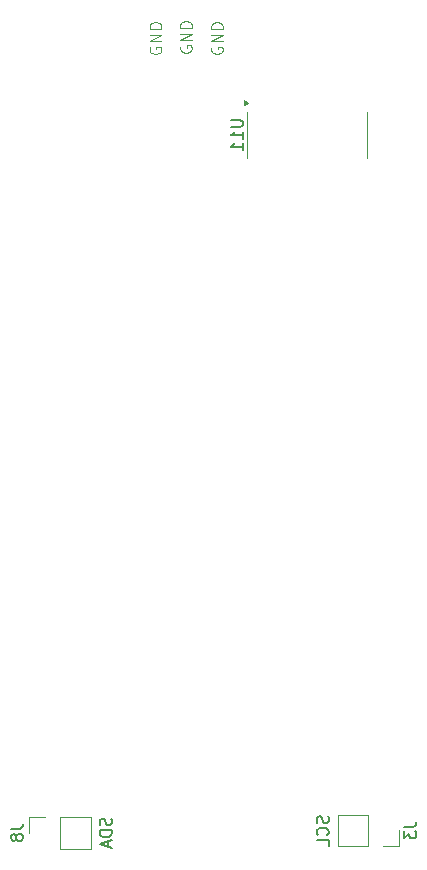
<source format=gbr>
%TF.GenerationSoftware,KiCad,Pcbnew,8.0.4*%
%TF.CreationDate,2024-12-25T17:02:42+05:30*%
%TF.ProjectId,BMS,424d532e-6b69-4636-9164-5f7063625858,rev?*%
%TF.SameCoordinates,Original*%
%TF.FileFunction,Legend,Bot*%
%TF.FilePolarity,Positive*%
%FSLAX46Y46*%
G04 Gerber Fmt 4.6, Leading zero omitted, Abs format (unit mm)*
G04 Created by KiCad (PCBNEW 8.0.4) date 2024-12-25 17:02:42*
%MOMM*%
%LPD*%
G01*
G04 APERTURE LIST*
%ADD10C,0.100000*%
%ADD11C,0.150000*%
%ADD12C,0.120000*%
G04 APERTURE END LIST*
D10*
X163520038Y-65672306D02*
X163472419Y-65767544D01*
X163472419Y-65767544D02*
X163472419Y-65910401D01*
X163472419Y-65910401D02*
X163520038Y-66053258D01*
X163520038Y-66053258D02*
X163615276Y-66148496D01*
X163615276Y-66148496D02*
X163710514Y-66196115D01*
X163710514Y-66196115D02*
X163900990Y-66243734D01*
X163900990Y-66243734D02*
X164043847Y-66243734D01*
X164043847Y-66243734D02*
X164234323Y-66196115D01*
X164234323Y-66196115D02*
X164329561Y-66148496D01*
X164329561Y-66148496D02*
X164424800Y-66053258D01*
X164424800Y-66053258D02*
X164472419Y-65910401D01*
X164472419Y-65910401D02*
X164472419Y-65815163D01*
X164472419Y-65815163D02*
X164424800Y-65672306D01*
X164424800Y-65672306D02*
X164377180Y-65624687D01*
X164377180Y-65624687D02*
X164043847Y-65624687D01*
X164043847Y-65624687D02*
X164043847Y-65815163D01*
X164472419Y-65196115D02*
X163472419Y-65196115D01*
X163472419Y-65196115D02*
X164472419Y-64624687D01*
X164472419Y-64624687D02*
X163472419Y-64624687D01*
X164472419Y-64148496D02*
X163472419Y-64148496D01*
X163472419Y-64148496D02*
X163472419Y-63910401D01*
X163472419Y-63910401D02*
X163520038Y-63767544D01*
X163520038Y-63767544D02*
X163615276Y-63672306D01*
X163615276Y-63672306D02*
X163710514Y-63624687D01*
X163710514Y-63624687D02*
X163900990Y-63577068D01*
X163900990Y-63577068D02*
X164043847Y-63577068D01*
X164043847Y-63577068D02*
X164234323Y-63624687D01*
X164234323Y-63624687D02*
X164329561Y-63672306D01*
X164329561Y-63672306D02*
X164424800Y-63767544D01*
X164424800Y-63767544D02*
X164472419Y-63910401D01*
X164472419Y-63910401D02*
X164472419Y-64148496D01*
X160920038Y-65772306D02*
X160872419Y-65867544D01*
X160872419Y-65867544D02*
X160872419Y-66010401D01*
X160872419Y-66010401D02*
X160920038Y-66153258D01*
X160920038Y-66153258D02*
X161015276Y-66248496D01*
X161015276Y-66248496D02*
X161110514Y-66296115D01*
X161110514Y-66296115D02*
X161300990Y-66343734D01*
X161300990Y-66343734D02*
X161443847Y-66343734D01*
X161443847Y-66343734D02*
X161634323Y-66296115D01*
X161634323Y-66296115D02*
X161729561Y-66248496D01*
X161729561Y-66248496D02*
X161824800Y-66153258D01*
X161824800Y-66153258D02*
X161872419Y-66010401D01*
X161872419Y-66010401D02*
X161872419Y-65915163D01*
X161872419Y-65915163D02*
X161824800Y-65772306D01*
X161824800Y-65772306D02*
X161777180Y-65724687D01*
X161777180Y-65724687D02*
X161443847Y-65724687D01*
X161443847Y-65724687D02*
X161443847Y-65915163D01*
X161872419Y-65296115D02*
X160872419Y-65296115D01*
X160872419Y-65296115D02*
X161872419Y-64724687D01*
X161872419Y-64724687D02*
X160872419Y-64724687D01*
X161872419Y-64248496D02*
X160872419Y-64248496D01*
X160872419Y-64248496D02*
X160872419Y-64010401D01*
X160872419Y-64010401D02*
X160920038Y-63867544D01*
X160920038Y-63867544D02*
X161015276Y-63772306D01*
X161015276Y-63772306D02*
X161110514Y-63724687D01*
X161110514Y-63724687D02*
X161300990Y-63677068D01*
X161300990Y-63677068D02*
X161443847Y-63677068D01*
X161443847Y-63677068D02*
X161634323Y-63724687D01*
X161634323Y-63724687D02*
X161729561Y-63772306D01*
X161729561Y-63772306D02*
X161824800Y-63867544D01*
X161824800Y-63867544D02*
X161872419Y-64010401D01*
X161872419Y-64010401D02*
X161872419Y-64248496D01*
X166120038Y-65772306D02*
X166072419Y-65867544D01*
X166072419Y-65867544D02*
X166072419Y-66010401D01*
X166072419Y-66010401D02*
X166120038Y-66153258D01*
X166120038Y-66153258D02*
X166215276Y-66248496D01*
X166215276Y-66248496D02*
X166310514Y-66296115D01*
X166310514Y-66296115D02*
X166500990Y-66343734D01*
X166500990Y-66343734D02*
X166643847Y-66343734D01*
X166643847Y-66343734D02*
X166834323Y-66296115D01*
X166834323Y-66296115D02*
X166929561Y-66248496D01*
X166929561Y-66248496D02*
X167024800Y-66153258D01*
X167024800Y-66153258D02*
X167072419Y-66010401D01*
X167072419Y-66010401D02*
X167072419Y-65915163D01*
X167072419Y-65915163D02*
X167024800Y-65772306D01*
X167024800Y-65772306D02*
X166977180Y-65724687D01*
X166977180Y-65724687D02*
X166643847Y-65724687D01*
X166643847Y-65724687D02*
X166643847Y-65915163D01*
X167072419Y-65296115D02*
X166072419Y-65296115D01*
X166072419Y-65296115D02*
X167072419Y-64724687D01*
X167072419Y-64724687D02*
X166072419Y-64724687D01*
X167072419Y-64248496D02*
X166072419Y-64248496D01*
X166072419Y-64248496D02*
X166072419Y-64010401D01*
X166072419Y-64010401D02*
X166120038Y-63867544D01*
X166120038Y-63867544D02*
X166215276Y-63772306D01*
X166215276Y-63772306D02*
X166310514Y-63724687D01*
X166310514Y-63724687D02*
X166500990Y-63677068D01*
X166500990Y-63677068D02*
X166643847Y-63677068D01*
X166643847Y-63677068D02*
X166834323Y-63724687D01*
X166834323Y-63724687D02*
X166929561Y-63772306D01*
X166929561Y-63772306D02*
X167024800Y-63867544D01*
X167024800Y-63867544D02*
X167072419Y-64010401D01*
X167072419Y-64010401D02*
X167072419Y-64248496D01*
D11*
X167754819Y-71961905D02*
X168564342Y-71961905D01*
X168564342Y-71961905D02*
X168659580Y-72009524D01*
X168659580Y-72009524D02*
X168707200Y-72057143D01*
X168707200Y-72057143D02*
X168754819Y-72152381D01*
X168754819Y-72152381D02*
X168754819Y-72342857D01*
X168754819Y-72342857D02*
X168707200Y-72438095D01*
X168707200Y-72438095D02*
X168659580Y-72485714D01*
X168659580Y-72485714D02*
X168564342Y-72533333D01*
X168564342Y-72533333D02*
X167754819Y-72533333D01*
X168754819Y-73533333D02*
X168754819Y-72961905D01*
X168754819Y-73247619D02*
X167754819Y-73247619D01*
X167754819Y-73247619D02*
X167897676Y-73152381D01*
X167897676Y-73152381D02*
X167992914Y-73057143D01*
X167992914Y-73057143D02*
X168040533Y-72961905D01*
X168754819Y-74485714D02*
X168754819Y-73914286D01*
X168754819Y-74200000D02*
X167754819Y-74200000D01*
X167754819Y-74200000D02*
X167897676Y-74104762D01*
X167897676Y-74104762D02*
X167992914Y-74009524D01*
X167992914Y-74009524D02*
X168040533Y-73914286D01*
X149149819Y-131966666D02*
X149864104Y-131966666D01*
X149864104Y-131966666D02*
X150006961Y-131919047D01*
X150006961Y-131919047D02*
X150102200Y-131823809D01*
X150102200Y-131823809D02*
X150149819Y-131680952D01*
X150149819Y-131680952D02*
X150149819Y-131585714D01*
X149578390Y-132585714D02*
X149530771Y-132490476D01*
X149530771Y-132490476D02*
X149483152Y-132442857D01*
X149483152Y-132442857D02*
X149387914Y-132395238D01*
X149387914Y-132395238D02*
X149340295Y-132395238D01*
X149340295Y-132395238D02*
X149245057Y-132442857D01*
X149245057Y-132442857D02*
X149197438Y-132490476D01*
X149197438Y-132490476D02*
X149149819Y-132585714D01*
X149149819Y-132585714D02*
X149149819Y-132776190D01*
X149149819Y-132776190D02*
X149197438Y-132871428D01*
X149197438Y-132871428D02*
X149245057Y-132919047D01*
X149245057Y-132919047D02*
X149340295Y-132966666D01*
X149340295Y-132966666D02*
X149387914Y-132966666D01*
X149387914Y-132966666D02*
X149483152Y-132919047D01*
X149483152Y-132919047D02*
X149530771Y-132871428D01*
X149530771Y-132871428D02*
X149578390Y-132776190D01*
X149578390Y-132776190D02*
X149578390Y-132585714D01*
X149578390Y-132585714D02*
X149626009Y-132490476D01*
X149626009Y-132490476D02*
X149673628Y-132442857D01*
X149673628Y-132442857D02*
X149768866Y-132395238D01*
X149768866Y-132395238D02*
X149959342Y-132395238D01*
X149959342Y-132395238D02*
X150054580Y-132442857D01*
X150054580Y-132442857D02*
X150102200Y-132490476D01*
X150102200Y-132490476D02*
X150149819Y-132585714D01*
X150149819Y-132585714D02*
X150149819Y-132776190D01*
X150149819Y-132776190D02*
X150102200Y-132871428D01*
X150102200Y-132871428D02*
X150054580Y-132919047D01*
X150054580Y-132919047D02*
X149959342Y-132966666D01*
X149959342Y-132966666D02*
X149768866Y-132966666D01*
X149768866Y-132966666D02*
X149673628Y-132919047D01*
X149673628Y-132919047D02*
X149626009Y-132871428D01*
X149626009Y-132871428D02*
X149578390Y-132776190D01*
X157607200Y-131085714D02*
X157654819Y-131228571D01*
X157654819Y-131228571D02*
X157654819Y-131466666D01*
X157654819Y-131466666D02*
X157607200Y-131561904D01*
X157607200Y-131561904D02*
X157559580Y-131609523D01*
X157559580Y-131609523D02*
X157464342Y-131657142D01*
X157464342Y-131657142D02*
X157369104Y-131657142D01*
X157369104Y-131657142D02*
X157273866Y-131609523D01*
X157273866Y-131609523D02*
X157226247Y-131561904D01*
X157226247Y-131561904D02*
X157178628Y-131466666D01*
X157178628Y-131466666D02*
X157131009Y-131276190D01*
X157131009Y-131276190D02*
X157083390Y-131180952D01*
X157083390Y-131180952D02*
X157035771Y-131133333D01*
X157035771Y-131133333D02*
X156940533Y-131085714D01*
X156940533Y-131085714D02*
X156845295Y-131085714D01*
X156845295Y-131085714D02*
X156750057Y-131133333D01*
X156750057Y-131133333D02*
X156702438Y-131180952D01*
X156702438Y-131180952D02*
X156654819Y-131276190D01*
X156654819Y-131276190D02*
X156654819Y-131514285D01*
X156654819Y-131514285D02*
X156702438Y-131657142D01*
X157654819Y-132085714D02*
X156654819Y-132085714D01*
X156654819Y-132085714D02*
X156654819Y-132323809D01*
X156654819Y-132323809D02*
X156702438Y-132466666D01*
X156702438Y-132466666D02*
X156797676Y-132561904D01*
X156797676Y-132561904D02*
X156892914Y-132609523D01*
X156892914Y-132609523D02*
X157083390Y-132657142D01*
X157083390Y-132657142D02*
X157226247Y-132657142D01*
X157226247Y-132657142D02*
X157416723Y-132609523D01*
X157416723Y-132609523D02*
X157511961Y-132561904D01*
X157511961Y-132561904D02*
X157607200Y-132466666D01*
X157607200Y-132466666D02*
X157654819Y-132323809D01*
X157654819Y-132323809D02*
X157654819Y-132085714D01*
X157369104Y-133038095D02*
X157369104Y-133514285D01*
X157654819Y-132942857D02*
X156654819Y-133276190D01*
X156654819Y-133276190D02*
X157654819Y-133609523D01*
X182459819Y-131766666D02*
X183174104Y-131766666D01*
X183174104Y-131766666D02*
X183316961Y-131719047D01*
X183316961Y-131719047D02*
X183412200Y-131623809D01*
X183412200Y-131623809D02*
X183459819Y-131480952D01*
X183459819Y-131480952D02*
X183459819Y-131385714D01*
X182459819Y-132147619D02*
X182459819Y-132766666D01*
X182459819Y-132766666D02*
X182840771Y-132433333D01*
X182840771Y-132433333D02*
X182840771Y-132576190D01*
X182840771Y-132576190D02*
X182888390Y-132671428D01*
X182888390Y-132671428D02*
X182936009Y-132719047D01*
X182936009Y-132719047D02*
X183031247Y-132766666D01*
X183031247Y-132766666D02*
X183269342Y-132766666D01*
X183269342Y-132766666D02*
X183364580Y-132719047D01*
X183364580Y-132719047D02*
X183412200Y-132671428D01*
X183412200Y-132671428D02*
X183459819Y-132576190D01*
X183459819Y-132576190D02*
X183459819Y-132290476D01*
X183459819Y-132290476D02*
X183412200Y-132195238D01*
X183412200Y-132195238D02*
X183364580Y-132147619D01*
X175982200Y-130909524D02*
X176029819Y-131052381D01*
X176029819Y-131052381D02*
X176029819Y-131290476D01*
X176029819Y-131290476D02*
X175982200Y-131385714D01*
X175982200Y-131385714D02*
X175934580Y-131433333D01*
X175934580Y-131433333D02*
X175839342Y-131480952D01*
X175839342Y-131480952D02*
X175744104Y-131480952D01*
X175744104Y-131480952D02*
X175648866Y-131433333D01*
X175648866Y-131433333D02*
X175601247Y-131385714D01*
X175601247Y-131385714D02*
X175553628Y-131290476D01*
X175553628Y-131290476D02*
X175506009Y-131100000D01*
X175506009Y-131100000D02*
X175458390Y-131004762D01*
X175458390Y-131004762D02*
X175410771Y-130957143D01*
X175410771Y-130957143D02*
X175315533Y-130909524D01*
X175315533Y-130909524D02*
X175220295Y-130909524D01*
X175220295Y-130909524D02*
X175125057Y-130957143D01*
X175125057Y-130957143D02*
X175077438Y-131004762D01*
X175077438Y-131004762D02*
X175029819Y-131100000D01*
X175029819Y-131100000D02*
X175029819Y-131338095D01*
X175029819Y-131338095D02*
X175077438Y-131480952D01*
X175934580Y-132480952D02*
X175982200Y-132433333D01*
X175982200Y-132433333D02*
X176029819Y-132290476D01*
X176029819Y-132290476D02*
X176029819Y-132195238D01*
X176029819Y-132195238D02*
X175982200Y-132052381D01*
X175982200Y-132052381D02*
X175886961Y-131957143D01*
X175886961Y-131957143D02*
X175791723Y-131909524D01*
X175791723Y-131909524D02*
X175601247Y-131861905D01*
X175601247Y-131861905D02*
X175458390Y-131861905D01*
X175458390Y-131861905D02*
X175267914Y-131909524D01*
X175267914Y-131909524D02*
X175172676Y-131957143D01*
X175172676Y-131957143D02*
X175077438Y-132052381D01*
X175077438Y-132052381D02*
X175029819Y-132195238D01*
X175029819Y-132195238D02*
X175029819Y-132290476D01*
X175029819Y-132290476D02*
X175077438Y-132433333D01*
X175077438Y-132433333D02*
X175125057Y-132480952D01*
X176029819Y-133385714D02*
X176029819Y-132909524D01*
X176029819Y-132909524D02*
X175029819Y-132909524D01*
D12*
%TO.C,U11*%
X169140000Y-71250000D02*
X169140000Y-73200000D01*
X169140000Y-75150000D02*
X169140000Y-73200000D01*
X179260000Y-71250000D02*
X179260000Y-73200000D01*
X179260000Y-75150000D02*
X179260000Y-73200000D01*
X169195000Y-70475000D02*
X168865000Y-70715000D01*
X168865000Y-70235000D01*
X169195000Y-70475000D01*
G36*
X169195000Y-70475000D02*
G01*
X168865000Y-70715000D01*
X168865000Y-70235000D01*
X169195000Y-70475000D01*
G37*
%TO.C,J8*%
X150695000Y-130970000D02*
X152025000Y-130970000D01*
X150695000Y-132300000D02*
X150695000Y-130970000D01*
X153295000Y-133630000D02*
X153295000Y-130970000D01*
X155895000Y-130970000D02*
X153295000Y-130970000D01*
X155895000Y-133630000D02*
X153295000Y-133630000D01*
X155895000Y-133630000D02*
X155895000Y-130970000D01*
%TO.C,J3*%
X176805000Y-130770000D02*
X176805000Y-133430000D01*
X176805000Y-130770000D02*
X179405000Y-130770000D01*
X176805000Y-133430000D02*
X179405000Y-133430000D01*
X179405000Y-130770000D02*
X179405000Y-133430000D01*
X182005000Y-132100000D02*
X182005000Y-133430000D01*
X182005000Y-133430000D02*
X180675000Y-133430000D01*
%TD*%
M02*

</source>
